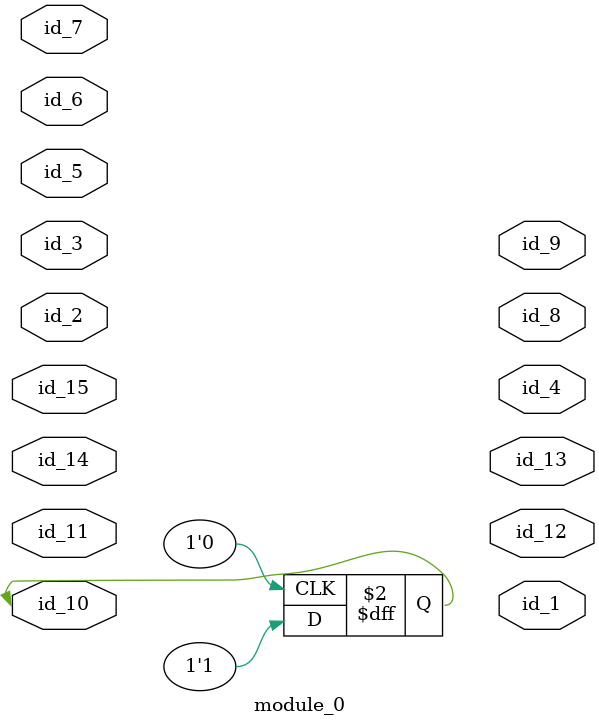
<source format=v>
module module_0 (
    id_1,
    id_2,
    id_3,
    id_4,
    id_5,
    id_6,
    id_7,
    id_8,
    id_9,
    id_10,
    id_11,
    id_12,
    id_13,
    id_14,
    id_15
);
  inout id_15;
  input id_14;
  output id_13;
  output id_12;
  inout id_11;
  inout id_10;
  output id_9;
  output id_8;
  inout id_7;
  inout id_6;
  inout id_5;
  output id_4;
  inout id_3;
  input id_2;
  output id_1;
  always @(negedge 1'b0) id_10 <= #1 1;
endmodule

</source>
